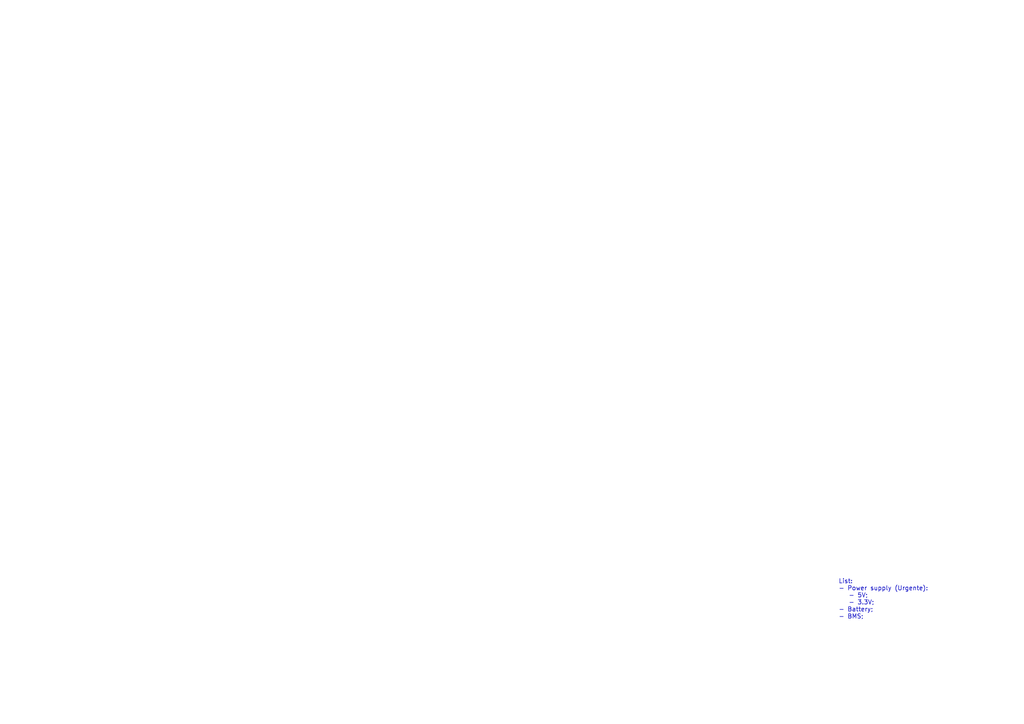
<source format=kicad_sch>
(kicad_sch (version 20211123) (generator eeschema)
  (paper "A4")
  (title_block (company "Version: ADA 0-0-0") (comment 1 "Low Fidelity Prototyped") (comment 3 "Author: Thiago Martins de Sousa") (comment 4 "UnB - FGA | Eletronic Engineering"))
  (lib_symbols)
  (text "List:\n- Power supply (Urgente):\n   - 5V;\n   - 3.3V;\n- Battery;\n- BMS;\n" (at 243.205 179.705 0) (effects (font (size 1.27 1.27)) (justify left bottom)))
)
</source>
